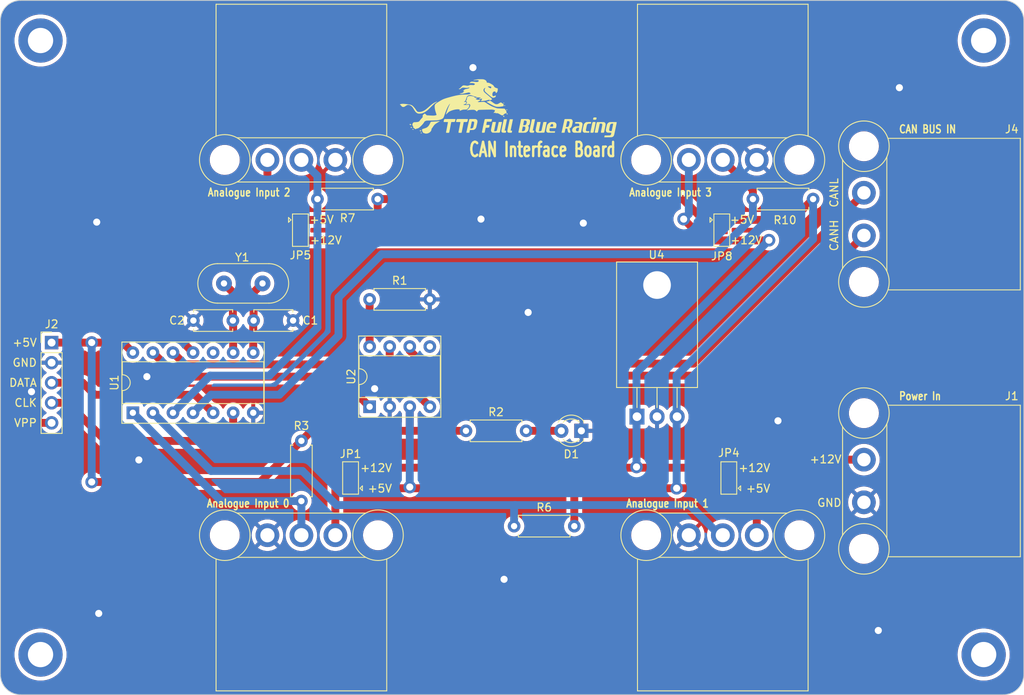
<source format=kicad_pcb>
(kicad_pcb (version 20221018) (generator pcbnew)
  (layers (0 "F.Cu" signal) (31 "B.Cu" signal) (34 "B.Paste" user) (35 "F.Paste" user) (36 "B.SilkS" user "B.Silkscreen") (37 "F.SilkS" user "F.Silkscreen") (38 "B.Mask" user) (39 "F.Mask" user) (44 "Edge.Cuts" user))
  (net 0 "")
  (net 2 "Net-(U2-Rs)")
  (net 3 "Net-(U1-OSC2)")
  (net 4 "Net-(U1-OSC1)")
  (net 5 "Net-(J5-Pin_3)")
  (net 6 "Net-(J4-Pin_2)")
  (net 7 "Net-(J4-Pin_1)")
  (net 8 "Net-(J16-Pin_3)")
  (net 9 "Net-(J15-Pin_3)")
  (net 10 "Net-(J12-Pin_3)")
  (net 11 "GND")
  (net 12 "/TXCAN")
  (net 13 "/RXCAN")
  (net 14 "/PWR LED")
  (net 15 "/DATA")
  (net 16 "/CLK")
  (net 17 "/AN3")
  (net 18 "/AN2")
  (net 19 "/AN1")
  (net 20 "/AN0")
  (net 21 "+5V")
  (net 22 "+12V")
  (net 23 "/VPP")
  (footprint "" (layer "F.Cu") (at 97.79 48.768)
    (fp_text reference "" (at 0 0) (layer "F.SilkS") (effects (font (size 1.27 1.27))))
    (fp_text value "" (at 0 0) (layer "F.SilkS") (effects (font (size 1.27 1.27))))
    (pad "1" thru_hole circle (at 0 0) (size 5.6 5.6) (drill 3.2) (layers "*.Cu" "*.Mask"))
  )
  (footprint "Resistor_THT:R_Axial_DIN0207_L6.3mm_D2.5mm_P7.62mm_Horizontal" (layer "F.Cu") (at 187.96 68.834)
    (fp_text reference "R10" (at 4.064 2.667 180) (layer "F.SilkS"))
    (fp_text value "5Meg")
    (pad "1" thru_hole circle (at 0 0) (size 1.6 1.6) (drill 0.8) (layers "*.Cu" "*.Mask") (net 17 "/AN3"))
    (pad "2" thru_hole oval (at 7.62 0) (size 1.6 1.6) (drill 0.8) (layers "*.Cu" "*.Mask") (net 21 "+5V"))
  )
  (footprint "BSPD_footprints:ATF13-3P-BM03" (layer "F.Cu") (at 188.45 63.876 180)
    (fp_text reference "J5" hide)
    (fp_text value "Conn_01x03")
    (pad "" np_thru_hole circle (at -5.4 0 180) (size 3.3 3.3) (drill 3.3) (layers "F&B.Cu" "*.Mask"))
    (pad "" np_thru_hole circle (at 14 0 180) (size 3.3 3.3) (drill 3.3) (layers "F&B.Cu" "*.Mask"))
    (pad "1" thru_hole circle (at 0 0 180) (size 3 3) (drill 1.8) (layers "*.Cu" "*.Mask") (net 11 "GND"))
    (pad "2" thru_hole circle (at 4.3 0 180) (size 3 3) (drill 1.8) (layers "*.Cu" "*.Mask") (net 17 "/AN3"))
    (pad "3" thru_hole circle (at 8.6 0 180) (size 3 3) (drill 1.8) (layers "*.Cu" "*.Mask") (net 5 "Net-(J5-Pin_3)"))
  )
  (footprint "Connector_PinHeader_2.54mm:PinHeader_1x05_P2.54mm_Vertical" (layer "F.Cu") (at 99.192 87.005)
    (fp_text reference "J2" (at 0 -2.33) (layer "F.SilkS"))
    (fp_text value "Conn_01x05_Pin")
    (pad "1" thru_hole rect (at 0 0) (size 1.7 1.7) (drill 1) (layers "*.Cu" "*.Mask") (net 21 "+5V"))
    (pad "2" thru_hole oval (at 0 2.54) (size 1.7 1.7) (drill 1) (layers "*.Cu" "*.Mask") (net 11 "GND"))
    (pad "3" thru_hole oval (at 0 5.08) (size 1.7 1.7) (drill 1) (layers "*.Cu" "*.Mask") (net 15 "/DATA"))
    (pad "4" thru_hole oval (at 0 7.62) (size 1.7 1.7) (drill 1) (layers "*.Cu" "*.Mask") (net 16 "/CLK"))
    (pad "5" thru_hole oval (at 0 10.16) (size 1.7 1.7) (drill 1) (layers "*.Cu" "*.Mask") (net 23 "/VPP"))
  )
  (footprint "LOGO" (layer "F.Cu") (at 156.972 56.642)
    (fp_text reference "G***" hide)
    (fp_text value "LOGO" hide)
  )
  (footprint "Footprints:ATF13-2P-BM03" (layer "F.Cu") (at 202.012 107.221 90)
    (fp_text reference "J1" (at 12.86 18.714 unlocked) (layer "F.SilkS") (effects (justify bottom)))
    (fp_text value "Conn_01x02")
    (pad "" np_thru_hole circle (at -5.89 0 90) (size 3.3 3.3) (drill 3.3) (layers "F&B.Cu" "*.Mask"))
    (pad "" np_thru_hole circle (at 11.29 0 90) (size 3.3 3.3) (drill 3.3) (layers "F&B.Cu" "*.Mask"))
    (pad "1" thru_hole circle (at 0 0 90) (size 3 3) (drill 1.7) (layers "*.Cu" "*.Mask") (net 11 "GND"))
    (pad "2" thru_hole circle (at 5.4 0 90) (size 3 3) (drill 1.7) (layers "*.Cu" "*.Mask") (net 22 "+12V"))
  )
  (footprint "Package_DIP:DIP-8_W7.62mm_Socket" (layer "F.Cu") (at 139.446 95.123 90)
    (fp_text reference "U2" (at 3.81 -2.33 90) (layer "F.SilkS"))
    (fp_text value "MCP2551-I-P")
    (pad "1" thru_hole rect (at 0 0 90) (size 1.6 1.6) (drill 0.8) (layers "*.Cu" "*.Mask") (net 12 "/TXCAN"))
    (pad "2" thru_hole oval (at 0 2.54 90) (size 1.6 1.6) (drill 0.8) (layers "*.Cu" "*.Mask") (net 11 "GND"))
    (pad "3" thru_hole oval (at 0 5.08 90) (size 1.6 1.6) (drill 0.8) (layers "*.Cu" "*.Mask") (net 21 "+5V"))
    (pad "4" thru_hole oval (at 0 7.62 90) (size 1.6 1.6) (drill 0.8) (layers "*.Cu" "*.Mask") (net 13 "/RXCAN"))
    (pad "5" thru_hole oval (at 7.62 7.62 90) (size 1.6 1.6) (drill 0.8) (layers "*.Cu" "*.Mask"))
    (pad "6" thru_hole oval (at 7.62 5.08 90) (size 1.6 1.6) (drill 0.8) (layers "*.Cu" "*.Mask") (net 6 "Net-(J4-Pin_2)"))
    (pad "7" thru_hole oval (at 7.62 2.54 90) (size 1.6 1.6) (drill 0.8) (layers "*.Cu" "*.Mask") (net 7 "Net-(J4-Pin_1)"))
    (pad "8" thru_hole oval (at 7.62 0 90) (size 1.6 1.6) (drill 0.8) (layers "*.Cu" "*.Mask") (net 2 "Net-(U2-Rs)"))
  )
  (footprint "Capacitor_THT:C_Disc_D4.7mm_W2.5mm_P5.00mm" (layer "F.Cu") (at 124.759 84.211)
    (fp_text reference "C1" (at 7.194 -0.01) (layer "F.SilkS"))
    (fp_text value "27pF")
    (pad "1" thru_hole circle (at 0 0) (size 1.6 1.6) (drill 0.8) (layers "*.Cu" "*.Mask") (net 4 "Net-(U1-OSC1)"))
    (pad "2" thru_hole circle (at 5 0) (size 1.6 1.6) (drill 0.8) (layers "*.Cu" "*.Mask") (net 11 "GND"))
  )
  (footprint "Jumper:SolderJumper-3_P1.3mm_Open_Pad1.0x1.5mm" (layer "F.Cu") (at 184.023 72.771 -90)
    (fp_text reference "JP8" (at 3.302 0 -180) (layer "F.SilkS"))
    (fp_text value "SolderJumper_3_Open")
    (pad "1" smd rect (at -1.3 0 270) (size 1 1.5) (layers "F.Cu" "F.Mask") (net 21 "+5V"))
    (pad "2" smd rect (at 0 0 270) (size 1 1.5) (layers "F.Cu" "F.Mask") (net 5 "Net-(J5-Pin_3)"))
    (pad "3" smd rect (at 1.3 0 270) (size 1 1.5) (layers "F.Cu" "F.Mask") (net 22 "+12V"))
  )
  (footprint "BSPD_footprints:ATF13-3P-BM03" (layer "F.Cu") (at 179.85 111.384)
    (fp_text reference "J15" hide)
    (fp_text value "Conn_01x03" hide)
    (pad "" np_thru_hole circle (at -5.4 0) (size 3.3 3.3) (drill 3.3) (layers "F&B.Cu" "*.Mask"))
    (pad "" np_thru_hole circle (at 14 0) (size 3.3 3.3) (drill 3.3) (layers "F&B.Cu" "*.Mask"))
    (pad "1" thru_hole circle (at 0 0) (size 3 3) (drill 1.8) (layers "*.Cu" "*.Mask") (net 11 "GND"))
    (pad "2" thru_hole circle (at 4.3 0) (size 3 3) (drill 1.8) (layers "*.Cu" "*.Mask") (net 19 "/AN1"))
    (pad "3" thru_hole circle (at 8.6 0) (size 3 3) (drill 1.8) (layers "*.Cu" "*.Mask") (net 9 "Net-(J15-Pin_3)"))
  )
  (footprint "Package_TO_SOT_THT:TO-220-3_Horizontal_TabDown" (layer "F.Cu") (at 173.228 96.479)
    (fp_text reference "U4" (at 2.54 -20.58) (layer "F.SilkS"))
    (fp_text value "TL780-05KCS")
    (pad "1" thru_hole rect (at 0.06 -0.1) (size 1.905 2) (drill 1.1) (layers "*.Cu" "*.Mask") (net 22 "+12V"))
    (pad "2" thru_hole circle (at 2.6 -16.76) (size 4 4) (drill 3.5) (layers "*.Cu" "*.Mask") (net 11 "GND"))
    (pad "2" thru_hole oval (at 2.6 -0.1) (size 1.905 2) (drill 1.1) (layers "*.Cu" "*.Mask") (net 11 "GND"))
    (pad "3" thru_hole oval (at 5.14 -0.1) (size 1.905 2) (drill 1.1) (layers "*.Cu" "*.Mask") (net 21 "+5V"))
  )
  (footprint "Jumper:SolderJumper-3_P1.3mm_Open_Pad1.0x1.5mm" (layer "F.Cu") (at 130.683 72.771 -90)
    (fp_text reference "JP5" (at 3.175 0 -180) (layer "F.SilkS"))
    (fp_text value "SolderJumper_3_Open")
    (pad "1" smd rect (at -1.3 0 270) (size 1 1.5) (layers "F.Cu" "F.Mask") (net 21 "+5V"))
    (pad "2" smd rect (at 0 0 270) (size 1 1.5) (layers "F.Cu" "F.Mask") (net 8 "Net-(J16-Pin_3)"))
    (pad "3" smd rect (at 1.3 0 270) (size 1 1.5) (layers "F.Cu" "F.Mask") (net 22 "+12V"))
  )
  (footprint "" (layer "F.Cu") (at 97.79 126.492)
    (fp_text reference "" (at 0 0) (layer "F.SilkS") (effects (font (size 1.27 1.27))))
    (fp_text value "" (at 0 0) (layer "F.SilkS") (effects (font (size 1.27 1.27))))
    (pad "1" thru_hole circle (at 0 0) (size 5.6 5.6) (drill 3.2) (layers "*.Cu" "*.Mask"))
  )
  (footprint "Resistor_THT:R_Axial_DIN0207_L6.3mm_D2.5mm_P7.62mm_Horizontal" (layer "F.Cu") (at 132.842 68.834)
    (fp_text reference "R7" (at 3.81 2.413) (layer "F.SilkS"))
    (fp_text value "5Meg")
    (pad "1" thru_hole circle (at 0 0) (size 1.6 1.6) (drill 0.8) (layers "*.Cu" "*.Mask") (net 18 "/AN2"))
    (pad "2" thru_hole oval (at 7.62 0) (size 1.6 1.6) (drill 0.8) (layers "*.Cu" "*.Mask") (net 21 "+5V"))
  )
  (footprint "Footprints:9B-16.000MAAJ-B" (layer "F.Cu") (at 123.449 79.512 -90)
    (fp_text reference "Y1" (at -3.302 0.127) (layer "F.SilkS"))
    (fp_text value "Crystal")
    (pad "1" thru_hole circle (at 0 -2.44 270) (size 2 2) (drill 0.8) (layers "*.Cu" "*.Mask") (net 4 "Net-(U1-OSC1)"))
    (pad "2" thru_hole circle (at 0 2.44 270) (size 2 2) (drill 0.8) (layers "*.Cu" "*.Mask") (net 3 "Net-(U1-OSC2)"))
  )
  (footprint "Footprints:ATF13-2P-BM03" (layer "F.Cu") (at 202.012 73.439 90)
    (fp_text reference "J4" (at 12.86 18.714 unlocked) (layer "F.SilkS") (effects (justify bottom)))
    (fp_text value "Conn_01x02")
    (pad "" np_thru_hole circle (at -5.89 0 90) (size 3.3 3.3) (drill 3.3) (layers "F&B.Cu" "*.Mask"))
    (pad "" np_thru_hole circle (at 11.29 0 90) (size 3.3 3.3) (drill 3.3) (layers "F&B.Cu" "*.Mask"))
    (pad "1" thru_hole circle (at 0 0 90) (size 3 3) (drill 1.7) (layers "*.Cu" "*.Mask") (net 7 "Net-(J4-Pin_1)"))
    (pad "2" thru_hole circle (at 5.4 0 90) (size 3 3) (drill 1.7) (layers "*.Cu" "*.Mask") (net 6 "Net-(J4-Pin_2)"))
  )
  (footprint "Jumper:SolderJumper-3_P1.3mm_Open_Pad1.0x1.5mm" (layer "F.Cu") (at 184.912 104.14 90)
    (fp_text reference "JP4" (at 3.175 0 180) (layer "F.SilkS"))
    (fp_text value "SolderJumper_3_Open")
    (pad "1" smd rect (at -1.3 0 90) (size 1 1.5) (layers "F.Cu" "F.Mask") (net 21 "+5V"))
    (pad "2" smd rect (at 0 0 90) (size 1 1.5) (layers "F.Cu" "F.Mask") (net 9 "Net-(J15-Pin_3)"))
    (pad "3" smd rect (at 1.3 0 90) (size 1 1.5) (layers "F.Cu" "F.Mask") (net 22 "+12V"))
  )
  (footprint "Resistor_THT:R_Axial_DIN0207_L6.3mm_D2.5mm_P7.62mm_Horizontal" (layer "F.Cu") (at 139.446 81.534)
    (fp_text reference "R1" (at 3.81 -2.37) (layer "F.SilkS"))
    (fp_text value "20K")
    (pad "1" thru_hole circle (at 0 0) (size 1.6 1.6) (drill 0.8) (layers "*.Cu" "*.Mask") (net 2 "Net-(U2-Rs)"))
    (pad "2" thru_hole oval (at 7.62 0) (size 1.6 1.6) (drill 0.8) (layers "*.Cu" "*.Mask") (net 11 "GND"))
  )
  (footprint "BSPD_footprints:ATF13-3P-BM03" (layer "F.Cu") (at 126.51 111.384)
    (fp_text reference "J12" hide)
    (fp_text value "Conn_01x03" hide)
    (pad "" np_thru_hole circle (at -5.4 0) (size 3.3 3.3) (drill 3.3) (layers "F&B.Cu" "*.Mask"))
    (pad "" np_thru_hole circle (at 14 0) (size 3.3 3.3) (drill 3.3) (layers "F&B.Cu" "*.Mask"))
    (pad "1" thru_hole circle (at 0 0) (size 3 3) (drill 1.8) (layers "*.Cu" "*.Mask") (net 11 "GND"))
    (pad "2" thru_hole circle (at 4.3 0) (size 3 3) (drill 1.8) (layers "*.Cu" "*.Mask") (net 20 "/AN0"))
    (pad "3" thru_hole circle (at 8.6 0) (size 3 3) (drill 1.8) (layers "*.Cu" "*.Mask") (net 10 "Net-(J12-Pin_3)"))
  )
  (footprint "" (layer "F.Cu") (at 217.17 48.768)
    (fp_text reference "" (at 0 0) (layer "F.SilkS") (effects (font (size 1.27 1.27))))
    (fp_text value "" (at 0 0) (layer "F.SilkS") (effects (font (size 1.27 1.27))))
    (pad "1" thru_hole circle (at 0 0) (size 5.6 5.6) (drill 3.2) (layers "*.Cu" "*.Mask"))
  )
  (footprint "LED_THT:LED_D3.0mm" (layer "F.Cu") (at 166.248 98.171 180)
    (fp_text reference "D1" (at 1.27 -2.96) (layer "F.SilkS"))
    (fp_text value "PWR LED")
    (pad "1" thru_hole rect (at 0 0 180) (size 1.8 1.8) (drill 0.9) (layers "*.Cu" "*.Mask") (net 11 "GND"))
    (pad "2" thru_hole circle (at 2.54 0 180) (size 1.8 1.8) (drill 0.9) (layers "*.Cu" "*.Mask") (net 14 "/PWR LED"))
  )
  (footprint "Resistor_THT:R_Axial_DIN0207_L6.3mm_D2.5mm_P7.62mm_Horizontal" (layer "F.Cu") (at 130.81 107.061 90)
    (fp_text reference "R3" (at 9.525 0 180) (layer "F.SilkS"))
    (fp_text value "5Meg")
    (pad "1" thru_hole circle (at 0 0 90) (size 1.6 1.6) (drill 0.8) (layers "*.Cu" "*.Mask") (net 20 "/AN0"))
    (pad "2" thru_hole oval (at 7.62 0 90) (size 1.6 1.6) (drill 0.8) (layers "*.Cu" "*.Mask") (net 21 "+5V"))
  )
  (footprint "Resistor_THT:R_Axial_DIN0207_L6.3mm_D2.5mm_P7.62mm_Horizontal" (layer "F.Cu") (at 157.734 110.236)
    (fp_text reference "R6" (at 3.81 -2.37) (layer "F.SilkS"))
    (fp_text value "5Meg")
    (pad "1" thru_hole circle (at 0 0) (size 1.6 1.6) (drill 0.8) (layers "*.Cu" "*.Mask") (net 19 "/AN1"))
    (pad "2" thru_hole oval (at 7.62 0) (size 1.6 1.6) (drill 0.8) (layers "*.Cu" "*.Mask") (net 21 "+5V"))
  )
  (footprint "Resistor_THT:R_Axial_DIN0207_L6.3mm_D2.5mm_P7.62mm_Horizontal" (layer "F.Cu") (at 151.638 98.171)
    (fp_text reference "R2" (at 3.81 -2.37) (layer "F.SilkS"))
    (fp_text value "220R")
    (pad "1" thru_hole circle (at 0 0) (size 1.6 1.6) (drill 0.8) (layers "*.Cu" "*.Mask") (net 21 "+5V"))
    (pad "2" thru_hole oval (at 7.62 0) (size 1.6 1.6) (drill 0.8) (layers "*.Cu" "*.Mask") (net 14 "/PWR LED"))
  )
  (footprint "Capacitor_THT:C_Disc_D4.7mm_W2.5mm_P5.00mm" (layer "F.Cu") (at 122.139 84.211 180)
    (fp_text reference "C2" (at 7.077 0.01) (layer "F.SilkS"))
    (fp_text value "27pF")
    (pad "1" thru_hole circle (at 0 0 180) (size 1.6 1.6) (drill 0.8) (layers "*.Cu" "*.Mask") (net 3 "Net-(U1-OSC2)"))
    (pad "2" thru_hole circle (at 5 0 180) (size 1.6 1.6) (drill 0.8) (layers "*.Cu" "*.Mask") (net 11 "GND"))
  )
  (footprint "" (layer "F.Cu") (at 217.17 126.492)
    (fp_text reference "" (at 0 0) (layer "F.SilkS") (effects (font (size 1.27 1.27))))
    (fp_text value "" (at 0 0) (layer "F.SilkS") (effects (font (size 1.27 1.27))))
    (pad "1" thru_hole circle (at 0 0) (size 5.6 5.6) (drill 3.2) (layers "*.Cu" "*.Mask"))
  )
  (footprint "BSPD_footprints:ATF13-3P-BM03" (layer "F.Cu") (at 135.11 63.876 180)
    (fp_text reference "J16" hide)
    (fp_text value "Conn_01x03")
    (pad "" np_thru_hole circle (at -5.4 0 180) (size 3.3 3.3) (drill 3.3) (layers "F&B.Cu" "*.Mask"))
    (pad "" np_thru_hole circle (at 14 0 180) (size 3.3 3.3) (drill 3.3) (layers "F&B.Cu" "*.Mask"))
    (pad "1" thru_hole circle (at 0 0 180) (size 3 3) (drill 1.8) (layers "*.Cu" "*.Mask") (net 11 "GND"))
    (pad "2" thru_hole circle (at 4.3 0 180) (size 3 3) (drill 1.8) (layers "*.Cu" "*.Mask") (net 18 "/AN2"))
    (pad "3" thru_hole circle (at 8.6 0 180) (size 3 3) (drill 1.8) (layers "*.Cu" "*.Mask") (net 8 "Net-(J16-Pin_3)"))
  )
  (footprint "Jumper:SolderJumper-3_P1.3mm_Open_Pad1.0x1.5mm" (layer "F.Cu") (at 137.033 104.14 90)
    (fp_text reference "JP1" (at 3.048 0 180) (layer "F.SilkS"))
    (fp_text value "SolderJumper_3_Open")
    (pad "1" smd rect (at -1.3 0 90) (size 1 1.5) (layers "F.Cu" "F.Mask") (net 21 "+5V"))
    (pad "2" smd rect (at 0 0 90) (size 1 1.5) (layers "F.Cu" "F.Mask") (net 10 "Net-(J12-Pin_3)"))
    (pad "3" smd rect (at 1.3 0 90) (size 1 1.5) (layers "F.Cu" "F.Mask") (net 22 "+12V"))
  )
  (footprint "Package_DIP:DIP-14_W7.62mm_Socket" (layer "F.Cu") (at 109.474 95.885 90)
    (fp_text reference "U1" (at 3.81 -2.33 90) (layer "F.SilkS"))
    (fp_text value "~")
    (pad "1" thru_hole rect (at 0 0 90) (size 1.6 1.6) (drill 0.8) (layers "*.Cu" "*.Mask") (net 20 "/AN0"))
    (pad "2" thru_hole oval (at 0 2.54 90) (size 1.6 1.6) (drill 0.8) (layers "*.Cu" "*.Mask") (net 19 "/AN1"))
    (pad "3" thru_hole oval (at 0 5.08 90) (size 1.6 1.6) (drill 0.8) (layers "*.Cu" "*.Mask") (net 18 "/AN2"))
    (pad "4" thru_hole oval (at 0 7.62 90) (size 1.6 1.6) (drill 0.8) (layers "*.Cu" "*.Mask") (net 17 "/AN3"))
    (pad "5" thru_hole oval (at 0 10.16 90) (size 1.6 1.6) (drill 0.8) (layers "*.Cu" "*.Mask") (net 15 "/DATA"))
    (pad "6" thru_hole oval (at 0 12.7 90) (size 1.6 1.6) (drill 0.8) (layers "*.Cu" "*.Mask") (net 16 "/CLK"))
    (pad "7" thru_hole oval (at 0 15.24 90) (size 1.6 1.6) (drill 0.8) (layers "*.Cu" "*.Mask") (net 11 "GND"))
    (pad "8" thru_hole oval (at 7.62 15.24 90) (size 1.6 1.6) (drill 0.8) (layers "*.Cu" "*.Mask") (net 4 "Net-(U1-OSC1)"))
    (pad "9" thru_hole oval (at 7.62 12.7 90) (size 1.6 1.6) (drill 0.8) (layers "*.Cu" "*.Mask") (net 3 "Net-(U1-OSC2)"))
    (pad "10" thru_hole oval (at 7.62 10.16 90) (size 1.6 1.6) (drill 0.8) (layers "*.Cu" "*.Mask"))
    (pad "11" thru_hole oval (at 7.62 7.62 90) (size 1.6 1.6) (drill 0.8) (layers "*.Cu" "*.Mask") (net 23 "/VPP"))
    (pad "12" thru_hole oval (at 7.62 5.08 90) (size 1.6 1.6) (drill 0.8) (layers "*.Cu" "*.Mask") (net 13 "/RXCAN"))
    (pad "13" thru_hole oval (at 7.62 2.54 90) (size 1.6 1.6) (drill 0.8) (layers "*.Cu" "*.Mask") (net 12 "/TXCAN"))
    (pad "14" thru_hole oval (at 7.62 0 90) (size 1.6 1.6) (drill 0.8) (layers "*.Cu" "*.Mask") (net 21 "+5V"))
  )
  (gr_arc (start 219.951332 43.688) (mid 221.590014 44.515146) (end 222.25 46.228) (stroke (width 0.1)) (layer "Edge.Cuts"))
  (gr_line (start 95.25 131.572) (end 219.71 131.572) (stroke (width 0.1)) (layer "Edge.Cuts"))
  (gr_arc (start 95.25 131.572) (mid 93.453949 130.828051) (end 92.71 129.032) (stroke (width 0.1)) (layer "Edge.Cuts"))
  (gr_line (start 95.25 43.688) (end 219.951332 43.688) (stroke (width 0.1)) (layer "Edge.Cuts"))
  (gr_arc (start 92.71 46.228) (mid 93.453949 44.431949) (end 95.25 43.688) (stroke (width 0.1)) (layer "Edge.Cuts"))
  (gr_line (start 92.71 46.228) (end 92.71 129.032) (stroke (width 0.1)) (layer "Edge.Cuts"))
  (gr_line (start 222.25 129.032) (end 222.25 46.228) (stroke (width 0.1)) (layer "Edge.Cuts"))
  (gr_arc (start 222.25 129.032) (mid 221.506051 130.828051) (end 219.71 131.572) (stroke (width 0.1)) (layer "Edge.Cuts"))
  (gr_text "+12V" (at 136.017 74.041) (layer "F.SilkS") (effects (font (size 1 1)) (justify right)))
  (gr_text "CAN BUS IN" (at 206.375 60.579) (layer "F.SilkS") (effects (font (size 1 0.8) (thickness 0.18) bold) (justify left bottom)))
  (gr_text "+12V" (at 142.367 102.87) (layer "F.SilkS") (effects (font (size 1 1)) (justify right)))
  (gr_text "+5V" (at 142.367 105.47) (layer "F.SilkS") (effects (font (size 1 1)) (justify right)))
  (gr_text "+12V\n" (at 199.263 102.362) (layer "F.SilkS") (effects (font (size 1 1)) (justify right bottom)))
  (gr_text "Analogue Input 3" (at 172.212 68.58) (layer "F.SilkS") (effects (font (size 1 0.8) (thickness 0.18) bold) (justify left bottom)))
  (gr_text "+12V" (at 190.246 102.87) (layer "F.SilkS") (effects (font (size 1 1)) (justify right)))
  (gr_text "CAN Interface Board" (at 151.892 63.627) (layer "F.SilkS") (effects (font (size 1.8 1.2) (thickness 0.3) bold) (justify left bottom)))
  (gr_text "CANH\n" (at 198.247 73.439 90) (layer "F.SilkS") (effects (font (size 1 1))))
  (gr_text "Analogue Input 1\n" (at 171.831 107.95) (layer "F.SilkS") (effects (font (size 1 0.8) (thickness 0.18) bold) (justify left bottom)))
  (gr_text "GND\n" (at 97.409 89.545) (layer "F.SilkS") (effects (font (size 1 1)) (justify right)))
  (gr_text "+5V" (at 135.001 71.441) (layer "F.SilkS") (effects (font (size 1 1)) (justify right)))
  (gr_text "+5V\n" (at 97.409 87.005) (layer "F.SilkS") (effects (font (size 1 1)) (justify right)))
  (gr_text "+5V" (at 188.214 71.441) (layer "F.SilkS") (effects (font (size 1 1)) (justify right)))
  (gr_text "CANL\n" (at 198.247 68.039 90) (layer "F.SilkS") (effects (font (size 1 1))))
  (gr_text "Analogue Input 2\n" (at 118.872 68.58) (layer "F.SilkS") (effects (font (size 1 0.8) (thickness 0.18) bold) (justify left bottom)))
  (gr_text "GND\n\n" (at 199.263 109.474) (layer "F.SilkS") (effects (font (size 1 1)) (justify right bottom)))
  (gr_text "Power In" (at 206.375 94.361) (layer "F.SilkS") (effects (font (size 1 0.8) (thickness 0.18) bold) (justify left bottom)))
  (gr_text "DATA" (at 97.409 92.085) (layer "F.SilkS") (effects (font (size 1 1)) (justify right)))
  (gr_text "Analogue Input 0" (at 118.745 107.95) (layer "F.SilkS") (effects (font (size 1 0.8) (thickness 0.18) bold) (justify left bottom)))
  (gr_text "VPP" (at 97.409 97.165) (layer "F.SilkS") (effects (font (size 1 1)) (justify right)))
  (gr_text "+12V" (at 189.23 74.041) (layer "F.SilkS") (effects (font (size 1 1)) (justify right)))
  (gr_text "CLK\n" (at 97.409 94.625) (layer "F.SilkS") (effects (font (size 1 1)) (justify right)))
  (gr_text "+5V" (at 190.246 105.47) (layer "F.SilkS") (effects (font (size 1 1)) (justify right)))
  (segment (start 139.446 87.503) (end 139.446 81.534) (width 1) (layer "F.Cu") (net 2))
  (segment (start 122.139 80.642) (end 121.009 79.512) (width 1) (layer "F.Cu") (net 3))
  (segment (start 121.009 79.512) (end 121.39 79.512) (width 1) (layer "F.Cu") (net 3))
  (segment (start 122.139 84.211) (end 122.139 80.642) (width 1) (layer "F.Cu") (net 3))
  (segment (start 122.174 84.246) (end 122.139 84.211) (width 1) (layer "F.Cu") (net 3))
  (segment (start 122.174 88.265) (end 122.174 84.246) (width 1) (layer "F.Cu") (net 3))
  (segment (start 124.714 88.265) (end 124.714 84.256) (width 1) (layer "F.Cu") (net 4))
  (segment (start 125.889 79.512) (end 126.27 79.512) (width 1) (layer "F.Cu") (net 4))
  (segment (start 124.759 84.211) (end 124.759 80.642) (width 1) (layer "F.Cu") (net 4))
  (segment (start 124.714 84.256) (end 124.759 84.211) (width 1) (layer "F.Cu") (net 4))
  (segment (start 124.759 80.642) (end 125.889 79.512) (width 1) (layer "F.Cu") (net 4))
  (segment (start 180.594 72.771) (end 179.197 71.374) (width 1) (layer "F.Cu") (net 5))
  (segment (start 184.023 72.771) (end 180.594 72.771) (width 1) (layer "F.Cu") (net 5))
  (via (at 179.197 71.374) (size 1.6) (drill 0.9) (layers "F.Cu" "B.Cu") (net 5))
  (segment (start 179.85 70.721) (end 179.85 63.495) (width 1) (layer "B.Cu") (net 5))
  (segment (start 179.197 71.374) (end 179.85 70.721) (width 1) (layer "B.Cu") (net 5))
  (segment (start 144.526 87.503) (end 144.526 88.011) (width 1) (layer "F.Cu") (net 6))
  (segment (start 146.177 89.662) (end 180.467 89.662) (width 1) (layer "F.Cu") (net 6))
  (segment (start 180.467 89.662) (end 202.09 68.039) (width 1) (layer "F.Cu") (net 6))
  (segment (start 144.526 88.011) (end 146.177 89.662) (width 1) (layer "F.Cu") (net 6))
  (segment (start 141.986 87.503) (end 141.986 89.662) (width 1) (layer "F.Cu") (net 7))
  (segment (start 143.51 91.186) (end 184.277 91.186) (width 1) (layer "F.Cu") (net 7))
  (segment (start 141.986 89.662) (end 143.51 91.186) (width 1) (layer "F.Cu") (net 7))
  (segment (start 184.277 91.186) (end 202.024 73.439) (width 1) (layer "F.Cu") (net 7))
  (segment (start 126.51 63.495) (end 126.51 71.773) (width 1) (layer "F.Cu") (net 8))
  (segment (start 130.683 72.771) (end 127.508 72.771) (width 1) (layer "F.Cu") (net 8))
  (segment (start 127.508 72.771) (end 126.51 71.773) (width 1) (layer "F.Cu") (net 8))
  (segment (start 187.071 104.14) (end 188.45 105.519) (width 1) (layer "F.Cu") (net 9))
  (segment (start 188.45 105.519) (end 188.45 111.765) (width 1) (layer "F.Cu") (net 9))
  (segment (start 184.912 104.14) (end 187.071 104.14) (width 1) (layer "F.Cu") (net 9))
  (segment (start 135.11 104.775) (end 135.11 111.765) (width 1) (layer "F.Cu") (net 10))
  (segment (start 135.745 104.14) (end 135.11 104.775) (width 1) (layer "F.Cu") (net 10))
  (segment (start 137.033 104.14) (end 135.745 104.14) (width 1) (layer "F.Cu") (net 10))
  (via (at 110.236 101.854) (size 1.6) (drill 0.9) (layers "F.Cu" "B.Cu") (net 11))
  (via (at 203.835 123.444) (size 1.6) (drill 0.9) (layers "F.Cu" "B.Cu") (net 11))
  (via (at 96.647 93.218) (size 1.6) (drill 0.9) (layers "F.Cu" "B.Cu") (net 11))
  (via (at 156.464 116.967) (size 1.6) (drill 0.9) (layers "F.Cu" "B.Cu") (net 11))
  (via (at 152.527 52.197) (size 1.6) (drill 0.9) (layers "F.Cu" "B.Cu") (net 11))
  (via (at 111.252 91.313) (size 1.6) (drill 0.9) (layers "F.Cu" "B.Cu") (net 11))
  (via (at 159.512 83.185) (size 1.6) (drill 0.9) (layers "F.Cu" "B.Cu") (net 11))
  (via (at 206.502 54.737) (size 1.6) (drill 0.9) (layers "F.Cu" "B.Cu") (net 11))
  (via (at 191.135 96.901) (size 1.6) (drill 0.9) (layers "F.Cu" "B.Cu") (net 11))
  (via (at 166.497 71.882) (size 1.6) (drill 0.9) (layers "F.Cu" "B.Cu") (net 11))
  (via (at 140.081 92.837) (size 1.6) (drill 0.9) (layers "F.Cu" "B.Cu") (net 11))
  (via (at 153.543 71.374) (size 1.6) (drill 0.9) (layers "F.Cu" "B.Cu") (net 11))
  (via (at 104.902 71.755) (size 1.6) (drill 0.9) (layers "F.Cu" "B.Cu") (net 11))
  (via (at 105.156 121.285) (size 1.6) (drill 0.9) (layers "F.Cu" "B.Cu") (net 11))
  (segment (start 135.636 91.313) (end 139.446 95.123) (width 1) (layer "F.Cu") (net 12))
  (segment (start 112.014 88.265) (end 115.062 91.313) (width 1) (layer "F.Cu") (net 12))
  (segment (start 115.062 91.313) (end 135.636 91.313) (width 1) (layer "F.Cu") (net 12))
  (segment (start 116.054 89.765) (end 140.057 89.765) (width 1) (layer "F.Cu") (net 13))
  (segment (start 143.129 92.837) (end 144.78 92.837) (width 1) (layer "F.Cu") (net 13))
  (segment (start 140.057 89.765) (end 143.129 92.837) (width 1) (layer "F.Cu") (net 13))
  (segment (start 114.554 88.265) (end 116.054 89.765) (width 1) (layer "F.Cu") (net 13))
  (segment (start 144.78 92.837) (end 147.066 95.123) (width 1) (layer "F.Cu") (net 13))
  (segment (start 163.708 98.044) (end 163.581 98.171) (width 1) (layer "F.Cu") (net 14))
  (segment (start 163.581 98.171) (end 159.258 98.171) (width 1) (layer "F.Cu") (net 14))
  (segment (start 104.653 93.609) (end 117.358 93.609) (width 1) (layer "F.Cu") (net 15))
  (segment (start 103.129 92.085) (end 104.653 93.609) (width 1) (layer "F.Cu") (net 15))
  (segment (start 117.358 93.609) (end 119.634 95.885) (width 1) (layer "F.Cu") (net 15))
  (segment (start 99.192 92.085) (end 103.129 92.085) (width 1) (layer "F.Cu") (net 15))
  (segment (start 119.629 95.885) (end 119.634 95.885) (width 1) (layer "F.Cu") (net 15))
  (segment (start 101.224 94.625) (end 106.05 99.451) (width 1) (layer "F.Cu") (net 16))
  (segment (start 106.05 99.451) (end 120.401 99.451) (width 1) (layer "F.Cu") (net 16))
  (segment (start 99.192 94.625) (end 101.224 94.625) (width 1) (layer "F.Cu") (net 16))
  (segment (start 122.174 97.678) (end 122.174 95.885) (width 1) (layer "F.Cu") (net 16))
  (segment (start 120.401 99.451) (end 122.174 97.678) (width 1) (layer "F.Cu") (net 16))
  (segment (start 184.15 63.495) (end 184.15 63.876) (width 1) (layer "F.Cu") (net 17))
  (segment (start 184.15 63.876) (end 187.96 67.686) (width 1) (layer "F.Cu") (net 17))
  (segment (start 187.96 67.686) (end 187.96 68.834) (width 1) (layer "F.Cu") (net 17))
  (segment (start 183.261 75.819) (end 187.96 71.12) (width 1) (layer "B.Cu") (net 17))
  (segment (start 117.094 95.885) (end 119.38 93.599) (width 1) (layer "B.Cu") (net 17))
  (segment (start 128.016 93.599) (end 135.509 86.106) (width 1) (layer "B.Cu") (net 17))
  (segment (start 187.96 71.12) (end 187.96 68.834) (width 1) (layer "B.Cu") (net 17))
  (segment (start 119.38 93.599) (end 128.016 93.599) (width 1) (layer "B.Cu") (net 17))
  (segment (start 135.509 86.106) (end 135.509 81.28) (width 1) (layer "B.Cu") (net 17))
  (segment (start 135.509 81.28) (end 140.97 75.819) (width 1) (layer "B.Cu") (net 17))
  (segment (start 140.97 75.819) (end 183.261 75.819) (width 1) (layer "B.Cu") (net 17))
  (segment (start 119.253 91.186) (end 126.746 91.186) (width 1) (layer "B.Cu") (net 18))
  (segment (start 126.746 91.186) (end 132.842 85.09) (width 1) (layer "B.Cu") (net 18))
  (segment (start 132.842 85.09) (end 132.842 65.908) (width 1) (layer "B.Cu") (net 18))
  (segment (start 114.554 95.885) (end 119.253 91.186) (width 1) (layer "B.Cu") (net 18))
  (segment (start 132.842 65.908) (end 130.81 63.876) (width 1) (layer "B.Cu") (net 18))
  (segment (start 157.734 110.236) (end 157.734 107.696) (width 1) (layer "B.Cu") (net 19))
  (segment (start 157.734 107.696) (end 157.861 107.569) (width 1) (layer "B.Cu") (net 19))
  (segment (start 112.014 95.885) (end 119.38 103.251) (width 1) (layer "B.Cu") (net 19))
  (segment (start 179.954 107.569) (end 184.15 111.765) (width 1) (layer "B.Cu") (net 19))
  (segment (start 130.937 103.251) (end 135.255 107.569) (width 1) (layer "B.Cu") (net 19))
  (segment (start 119.38 103.251) (end 130.937 103.251) (width 1) (layer "B.Cu") (net 19))
  (segment (start 135.255 107.569) (end 157.861 107.569) (width 1) (layer "B.Cu") (net 19))
  (segment (start 157.861 107.569) (end 179.954 107.569) (width 1) (layer "B.Cu") (net 19))
  (segment (start 130.81 107.061) (end 130.81 111.765) (width 1) (layer "B.Cu") (net 20))
  (segment (start 109.474 95.885) (end 120.65 107.061) (width 1) (layer "B.Cu") (net 20))
  (segment (start 120.65 107.061) (end 130.81 107.061) (width 1) (layer "B.Cu") (net 20))
  (segment (start 144.369 105.44) (end 137.033 105.44) (width 1) (layer "F.Cu") (net 21))
  (segment (start 144.683 105.44) (end 144.526 105.283) (width 1) (layer "F.Cu") (net 21))
  (segment (start 192.913 71.501) (end 192.883 71.471) (width 1) (layer "F.Cu") (net 21))
  (segment (start 139.214 71.479) (end 130.929 71.479) (width 1) (layer "F.Cu") (net 21))
  (segment (start 104.257 87.005) (end 104.267 86.995) (width 1) (layer "F.Cu") (net 21))
  (segment (start 144.526 95.123) (end 144.526 97.663) (width 1) (layer "F.Cu") (net 21))
  (segment (start 178.308 105.44) (end 173.258 105.44) (width 1) (layer "F.Cu") (net 21))
  (segment (start 179.07 68.834) (end 181.707 71.471) (width 1) (layer "F.Cu") (net 21))
  (segment (start 173.228 105.41) (end 173.198 105.44) (width 1) (layer "F.Cu") (net 21))
  (segment (start 140.462 68.834) (end 179.07 68.834) (width 1) (layer "F.Cu") (net 21))
  (segment (start 173.198 105.44) (end 165.227 105.44) (width 1) (layer "F.Cu") (net 21))
  (segment (start 104.267 86.995) (end 104.277 87.005) (width 1) (layer "F.Cu") (net 21))
  (segment (start 165.354 110.236) (end 165.354 105.567) (width 1) (layer "F.Cu") (net 21))
  (segment (start 104.267 104.648) (end 125.603 104.648) (width 1) (layer "F.Cu") (net 21))
  (segment (start 173.258 105.44) (end 173.228 105.41) (width 1) (layer "F.Cu") (net 21))
  (segment (start 140.462 70.231) (end 139.214 71.479) (width 1) (layer "F.Cu") (net 21))
  (segment (start 99.192 87.005) (end 104.257 87.005) (width 1) (layer "F.Cu") (net 21))
  (segment (start 144.018 98.171) (end 132.08 98.171) (width 1) (layer "F.Cu") (net 21))
  (segment (start 151.638 98.171) (end 144.018 98.171) (width 1) (layer "F.Cu") (net 21))
  (segment (start 108.214 87.005) (end 109.474 88.265) (width 1) (layer "F.Cu") (net 21))
  (segment (start 192.883 71.471) (end 184.023 71.471) (width 1) (layer "F.Cu") (net 21))
  (segment (start 181.707 71.471) (end 184.023 71.471) (width 1) (layer "F.Cu") (net 21))
  (segment (start 178.308 105.44) (end 184.785 105.44) (width 1) (layer "F.Cu") (net 21))
  (segment (start 125.603 104.648) (end 130.81 99.441) (width 1) (layer "F.Cu") (net 21))
  (segment (start 140.462 68.834) (end 140.462 70.231) (width 1) (layer "F.Cu") (net 21))
  (segment (start 104.277 87.005) (end 108.214 87.005) (width 1) (layer "F.Cu") (net 21))
  (segment (start 144.526 105.283) (end 144.369 105.44) (width 1) (layer "F.Cu") (net 21))
  (segment (start 165.354 105.567) (end 165.227 105.44) (width 1) (layer "F.Cu") (net 21))
  (segment (start 192.913 71.501) (end 195.58 68.834) (width 1) (layer "F.Cu") (net 21))
  (segment (start 132.08 98.171) (end 130.81 99.441) (width 1) (layer "F.Cu") (net 21))
  (segment (start 165.227 105.44) (end 144.683 105.44) (width 1) (layer "F.Cu") (net 21))
  (via (at 144.526 105.283) (size 1.6) (drill 0.9) (layers "F.Cu" "B.Cu") (net 21))
  (via (at 104.267 104.648) (size 1.6) (drill 0.9) (layers "F.Cu" "B.Cu") (net 21))
  (via (at 104.267 86.995) (size 1.6) (drill 0.9) (layers "F.Cu" "B.Cu") (net 21))
  (via (at 178.308 105.44) (size 1.6) (drill 0.9) (layers "F.Cu" "B.Cu") (net 21))
  (segment (start 178.308 91.186) (end 195.58 73.914) (width 1) (layer "B.Cu") (net 21))
  (segment (start 104.267 104.648) (end 104.267 86.995) (width 1) (layer "B.Cu") (net 21))
  (segment (start 144.526 105.283) (end 144.526 95.123) (width 1) (layer "B.Cu") (net 21))
  (segment (start 178.308 105.44) (end 178.308 91.186) (width 1) (layer "B.Cu") (net 21))
  (segment (start 195.58 73.914) (end 195.58 68.834) (width 1) (layer "B.Cu") (net 21))
  (segment (start 130.683 74.071) (end 189.962 74.071) (width 1) (layer "F.Cu") (net 22))
  (segment (start 189.962 74.071) (end 189.992 74.041) (width 1) (layer "F.Cu") (net 22))
  (segment (start 173.131 102.84) (end 137.033 102.84) (width 1) (layer "F.Cu") (net 22))
  (segment (start 195.232 101.821) (end 202.012 101.821) (width 1) (layer "F.Cu") (net 22))
  (segment (start 173.228 102.743) (end 173.325 102.84) (width 1) (layer "F.Cu") (net 22))
  (segment (start 173.228 102.743) (end 173.131 102.84) (width 1) (layer "F.Cu") (net 22))
  (segment (start 194.213 102.84) (end 195.232 101.821) (width 1) (layer "F.Cu") (net 22))
  (segment (start 190.022 74.071) (end 190.119 74.071) (width 1) (layer "F.Cu") (net 22))
  (segment (start 189.992 74.041) (end 190.022 74.071) (width 1) (layer "F.Cu") (net 22))
  (segment (start 184.912 102.84) (end 194.213 102.84) (width 1) (layer "F.Cu") (net 22))
  (segment (start 173.325 102.84) (end 184.912 102.84) (width 1) (layer "F.Cu") (net 22))
  (via (at 173.228 102.743) (size 1.6) (drill 0.9) (layers "F.Cu" "B.Cu") (net 22))
  (via (at 189.992 74.041) (size 1.6) (drill 0.9) (layers "F.Cu" "B.Cu") (net 22))
  (segment (start 173.228 102.743) (end 173.228 96.479) (width 1) (layer "B.Cu") (net 22))
  (segment (start 173.228 96.225) (end 173.228 90.805) (width 1) (layer "B.Cu") (net 22))
  (segment (start 173.228 90.805) (end 189.992 74.041) (width 1) (layer "B.Cu") (net 22))
  (segment (start 94.742 94.112) (end 97.795 97.165) (width 1) (layer "F.Cu") (net 23))
  (segment (start 94.742 85.598) (end 94.742 94.112) (width 1) (layer "F.Cu") (net 23))
  (segment (start 117.094 88.265) (end 111.887 83.058) (width 1) (layer "F.Cu") (net 23))
  (segment (start 111.887 83.058) (end 97.282 83.058) (width 1) (layer "F.Cu") (net 23))
  (segment (start 97.282 83.058) (end 94.742 85.598) (width 1) (layer "F.Cu") (net 23))
  (segment (start 97.795 97.165) (end 99.192 97.165) (width 1) (layer "F.Cu") (net 23))
  (zone (net 11) (net_name "GND") (layers "F&B.Cu") (connect_pads (clearance 0.5)) (min_thickness 0.25) (fill yes (thermal_gap 0.5) (thermal_bridge_width 0.5))
    (polygon (pts (arc (start 222.25 46.228) (mid 221.589996 44.515156) (end 219.951332 43.688)) (arc (start 95.25 43.688) (mid 93.453949 44.431949) (end 92.71 46.228)) (arc (start 92.71 129.032) (mid 93.453949 130.828051) (end 95.25 131.572)) (arc (start 219.71 131.572) (mid 221.506051 130.828051) (end 222.25 129.032))))
  )
)
</source>
